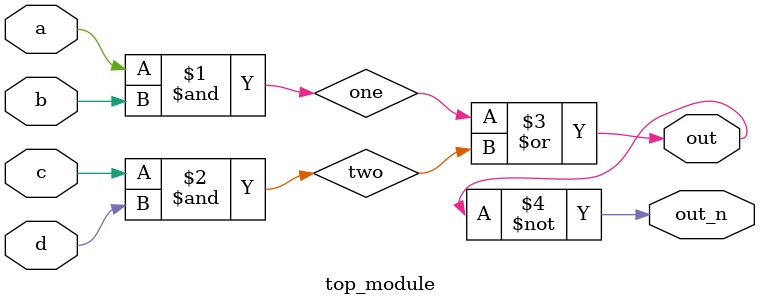
<source format=v>
module top_module(
    input a,
    input b,
    input c,
    input d,
    output out,
    output out_n   ); 
  wire one,two;
  assign one = a & b;
  assign two = c & d;
  assign out = one | two;
  assign out_n = ~out;
endmodule

</source>
